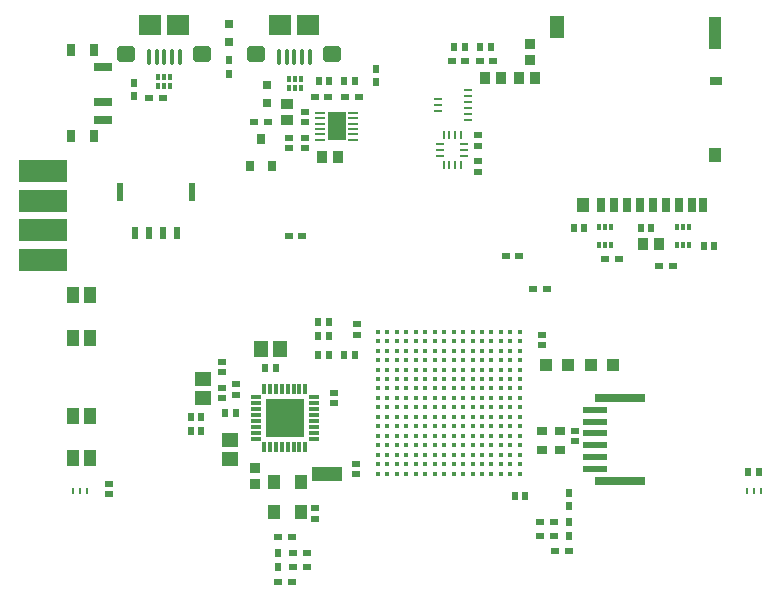
<source format=gtp>
G04*
G04 #@! TF.GenerationSoftware,Altium Limited,Altium Designer,22.0.2 (36)*
G04*
G04 Layer_Color=8421504*
%FSLAX25Y25*%
%MOIN*%
G70*
G04*
G04 #@! TF.SameCoordinates,2161BBB5-3730-4A37-975F-558EB53CE70B*
G04*
G04*
G04 #@! TF.FilePolarity,Positive*
G04*
G01*
G75*
%ADD21R,0.02362X0.05906*%
%ADD22R,0.02362X0.04331*%
%ADD23R,0.01142X0.02087*%
%ADD24R,0.02559X0.01063*%
%ADD25R,0.02559X0.00984*%
%ADD26R,0.03543X0.03937*%
%ADD27R,0.02362X0.02520*%
%ADD28R,0.02953X0.02362*%
%ADD29R,0.02520X0.02362*%
%ADD30R,0.03740X0.03347*%
%ADD31R,0.03150X0.03937*%
%ADD32R,0.05906X0.02756*%
%ADD33R,0.02362X0.02953*%
%ADD34R,0.01181X0.02362*%
%ADD35R,0.00984X0.02657*%
%ADD36R,0.02657X0.00984*%
%ADD37R,0.03347X0.02559*%
%ADD38R,0.07874X0.02362*%
%ADD39R,0.16535X0.02756*%
%ADD40R,0.01181X0.02047*%
%ADD41C,0.01575*%
%ADD42R,0.07480X0.07087*%
G04:AMPARAMS|DCode=43|XSize=62.99mil|YSize=55.12mil|CornerRadius=13.78mil|HoleSize=0mil|Usage=FLASHONLY|Rotation=180.000|XOffset=0mil|YOffset=0mil|HoleType=Round|Shape=RoundedRectangle|*
%AMROUNDEDRECTD43*
21,1,0.06299,0.02756,0,0,180.0*
21,1,0.03543,0.05512,0,0,180.0*
1,1,0.02756,-0.01772,0.01378*
1,1,0.02756,0.01772,0.01378*
1,1,0.02756,0.01772,-0.01378*
1,1,0.02756,-0.01772,-0.01378*
%
%ADD43ROUNDEDRECTD43*%
%ADD44O,0.01575X0.05315*%
%ADD45R,0.04134X0.05512*%
%ADD46R,0.03937X0.03543*%
%ADD47R,0.02756X0.04724*%
%ADD48R,0.03937X0.04724*%
%ADD49R,0.03937X0.03150*%
%ADD50R,0.03937X0.11024*%
%ADD51R,0.05118X0.07480*%
%ADD52R,0.03150X0.03150*%
%ADD53R,0.02559X0.03740*%
%ADD54R,0.03347X0.00984*%
%ADD55R,0.06221X0.09764*%
%ADD56R,0.03937X0.03937*%
%ADD57R,0.03937X0.03937*%
%ADD58R,0.16000X0.07500*%
%ADD59R,0.04331X0.04724*%
%ADD60R,0.01200X0.03600*%
%ADD61R,0.03600X0.01200*%
%ADD62R,0.12800X0.12800*%
%ADD63R,0.05512X0.05118*%
%ADD64R,0.05118X0.05512*%
%ADD65R,0.09843X0.04921*%
D21*
X-80827Y35827D02*
D03*
X-105000D02*
D03*
D22*
X-85827Y22441D02*
D03*
X-90551D02*
D03*
X-95276D02*
D03*
X-100000D02*
D03*
D23*
X108632Y-63642D02*
D03*
X106309D02*
D03*
X103986D02*
D03*
X-120453Y-63721D02*
D03*
X-118130D02*
D03*
X-115807D02*
D03*
D24*
X11024Y69882D02*
D03*
Y60039D02*
D03*
D25*
Y67913D02*
D03*
X1181Y66929D02*
D03*
X11024Y65945D02*
D03*
X1181Y64961D02*
D03*
X11024Y63976D02*
D03*
X1181Y62992D02*
D03*
X11024Y62008D02*
D03*
D26*
X21949Y74016D02*
D03*
X16634D02*
D03*
X28051D02*
D03*
X33366D02*
D03*
X74705Y18504D02*
D03*
X69390D02*
D03*
X-32382Y47638D02*
D03*
X-37697D02*
D03*
D27*
X15197Y84252D02*
D03*
X18661D02*
D03*
X108031Y-57480D02*
D03*
X104567D02*
D03*
X10000Y84252D02*
D03*
X6535D02*
D03*
X-26614Y-18504D02*
D03*
X-30079D02*
D03*
X-35408Y-12205D02*
D03*
X-38872D02*
D03*
X-38872Y-18504D02*
D03*
X-35408D02*
D03*
Y-7480D02*
D03*
X-38872D02*
D03*
X-69842Y-37795D02*
D03*
X-66378D02*
D03*
X68740Y24016D02*
D03*
X72205D02*
D03*
X89606Y18110D02*
D03*
X93071D02*
D03*
X49764Y24016D02*
D03*
X46299D02*
D03*
X30079Y-65354D02*
D03*
X26614D02*
D03*
X-35276Y72835D02*
D03*
X-38740D02*
D03*
X-30079D02*
D03*
X-26614D02*
D03*
X-77795Y-43701D02*
D03*
X-81260D02*
D03*
X-52992Y-22835D02*
D03*
X-56457D02*
D03*
X-77795Y-38976D02*
D03*
X-81260D02*
D03*
D28*
X15059Y79528D02*
D03*
X19587D02*
D03*
X10138D02*
D03*
X5610D02*
D03*
X37303Y3543D02*
D03*
X32776D02*
D03*
X79429Y11417D02*
D03*
X74902D02*
D03*
X56791Y13780D02*
D03*
X61319D02*
D03*
X-44193Y21260D02*
D03*
X-48720D02*
D03*
X-90650Y67323D02*
D03*
X-95177D02*
D03*
X39665Y-78740D02*
D03*
X35138D02*
D03*
X40256Y-83858D02*
D03*
X44783D02*
D03*
X35138Y-74016D02*
D03*
X39665D02*
D03*
X-55610Y59449D02*
D03*
X-60138D02*
D03*
X-40059Y67717D02*
D03*
X-35531D02*
D03*
X-25295D02*
D03*
X-29823D02*
D03*
X28248Y14567D02*
D03*
X23720D02*
D03*
X-52264Y-94095D02*
D03*
X-47736D02*
D03*
X-42618Y-88976D02*
D03*
X-47146D02*
D03*
Y-84252D02*
D03*
X-42618D02*
D03*
X-47736Y-79134D02*
D03*
X-52264D02*
D03*
D29*
X-39764Y-72992D02*
D03*
Y-69528D02*
D03*
X-108661Y-64724D02*
D03*
Y-61260D02*
D03*
X14567Y46220D02*
D03*
Y42756D02*
D03*
X-25984Y-8110D02*
D03*
Y-11575D02*
D03*
X46850Y-47008D02*
D03*
Y-43543D02*
D03*
X14567Y54882D02*
D03*
Y51417D02*
D03*
X-48425Y54094D02*
D03*
Y50630D02*
D03*
X-43307Y54094D02*
D03*
Y50630D02*
D03*
Y59291D02*
D03*
Y62756D02*
D03*
X35827Y-15118D02*
D03*
Y-11654D02*
D03*
X-33465Y-34409D02*
D03*
Y-30945D02*
D03*
X-70866Y-32835D02*
D03*
Y-29370D02*
D03*
X-66142Y-31654D02*
D03*
Y-28189D02*
D03*
X-70866Y-20709D02*
D03*
Y-24173D02*
D03*
X-26378Y-58031D02*
D03*
Y-54567D02*
D03*
D30*
X-59842Y-56102D02*
D03*
Y-61221D02*
D03*
X31890Y85236D02*
D03*
Y80118D02*
D03*
D31*
X-113524Y54528D02*
D03*
Y83268D02*
D03*
X-121122Y54528D02*
D03*
Y83268D02*
D03*
D32*
X-110433Y60039D02*
D03*
Y77756D02*
D03*
Y65945D02*
D03*
D33*
X-19685Y72539D02*
D03*
Y77067D02*
D03*
X44882Y-68799D02*
D03*
Y-64272D02*
D03*
Y-78642D02*
D03*
Y-74114D02*
D03*
X-68504Y79823D02*
D03*
Y75295D02*
D03*
X-100394Y72342D02*
D03*
Y67815D02*
D03*
X-52362Y-84350D02*
D03*
Y-88878D02*
D03*
D34*
X84646Y18209D02*
D03*
X82677D02*
D03*
X80709D02*
D03*
Y24311D02*
D03*
X82677D02*
D03*
X84646D02*
D03*
X54724D02*
D03*
X56693D02*
D03*
X58661D02*
D03*
Y18209D02*
D03*
X56693D02*
D03*
X54724D02*
D03*
D35*
X2953Y45030D02*
D03*
X4921D02*
D03*
X6890D02*
D03*
X8858D02*
D03*
Y54971D02*
D03*
X6890D02*
D03*
X4921D02*
D03*
X2953D02*
D03*
D36*
X9892Y48031D02*
D03*
Y50000D02*
D03*
Y51968D02*
D03*
X1919D02*
D03*
Y50000D02*
D03*
Y48031D02*
D03*
D37*
X35630Y-50197D02*
D03*
Y-43701D02*
D03*
X41732D02*
D03*
Y-50197D02*
D03*
D38*
X53543Y-56299D02*
D03*
Y-52362D02*
D03*
Y-48425D02*
D03*
Y-44488D02*
D03*
Y-40551D02*
D03*
Y-36614D02*
D03*
D39*
X61811Y-60236D02*
D03*
Y-32677D02*
D03*
D40*
X-88189Y71339D02*
D03*
X-90158D02*
D03*
X-92126D02*
D03*
Y74331D02*
D03*
X-90158D02*
D03*
X-88189D02*
D03*
X-44488Y70551D02*
D03*
X-46457D02*
D03*
X-48425D02*
D03*
Y73543D02*
D03*
X-46457D02*
D03*
X-44488D02*
D03*
D41*
X28346Y-57874D02*
D03*
X25197D02*
D03*
X22047D02*
D03*
X18898D02*
D03*
X15748D02*
D03*
X12598D02*
D03*
X9449D02*
D03*
X6299D02*
D03*
X3150D02*
D03*
X-0D02*
D03*
X-3150D02*
D03*
X-6299D02*
D03*
X-9449D02*
D03*
X-12598D02*
D03*
X-15748D02*
D03*
X-18898D02*
D03*
X28346Y-54724D02*
D03*
X25197D02*
D03*
X22047D02*
D03*
X18898D02*
D03*
X15748D02*
D03*
X12598D02*
D03*
X9449D02*
D03*
X6299D02*
D03*
X3150D02*
D03*
X-0D02*
D03*
X-3150D02*
D03*
X-6299D02*
D03*
X-9449D02*
D03*
X-12598D02*
D03*
X-15748D02*
D03*
X-18898D02*
D03*
X28346Y-51575D02*
D03*
X25197D02*
D03*
X22047D02*
D03*
X18898D02*
D03*
X15748D02*
D03*
X12598D02*
D03*
X9449D02*
D03*
X6299D02*
D03*
X3150D02*
D03*
X-0D02*
D03*
X-3150D02*
D03*
X-6299D02*
D03*
X-9449D02*
D03*
X-12598D02*
D03*
X-15748D02*
D03*
X-18898D02*
D03*
X28346Y-48425D02*
D03*
X25197D02*
D03*
X22047D02*
D03*
X18898D02*
D03*
X15748D02*
D03*
X12598D02*
D03*
X9449D02*
D03*
X6299D02*
D03*
X3150D02*
D03*
X-0D02*
D03*
X-3150D02*
D03*
X-6299D02*
D03*
X-9449D02*
D03*
X-12598D02*
D03*
X-15748D02*
D03*
X-18898D02*
D03*
X28346Y-45276D02*
D03*
X25197D02*
D03*
X22047D02*
D03*
X18898D02*
D03*
X15748D02*
D03*
X12598D02*
D03*
X9449D02*
D03*
X6299D02*
D03*
X3150D02*
D03*
X-0D02*
D03*
X-3150D02*
D03*
X-6299D02*
D03*
X-9449D02*
D03*
X-12598D02*
D03*
X-15748D02*
D03*
X-18898D02*
D03*
X28346Y-42126D02*
D03*
X25197D02*
D03*
X22047D02*
D03*
X18898D02*
D03*
X15748D02*
D03*
X12598D02*
D03*
X9449D02*
D03*
X6299D02*
D03*
X3150D02*
D03*
X-0D02*
D03*
X-3150D02*
D03*
X-6299D02*
D03*
X-9449D02*
D03*
X-12598D02*
D03*
X-15748D02*
D03*
X-18898D02*
D03*
X28346Y-38976D02*
D03*
X25197D02*
D03*
X22047D02*
D03*
X18898D02*
D03*
X15748D02*
D03*
X12598D02*
D03*
X9449D02*
D03*
X6299D02*
D03*
X3150D02*
D03*
X-0D02*
D03*
X-3150D02*
D03*
X-6299D02*
D03*
X-9449D02*
D03*
X-12598D02*
D03*
X-15748D02*
D03*
X-18898D02*
D03*
X28346Y-35827D02*
D03*
X25197D02*
D03*
X22047D02*
D03*
X18898D02*
D03*
X15748D02*
D03*
X12598D02*
D03*
X9449D02*
D03*
X6299D02*
D03*
X3150D02*
D03*
X-0D02*
D03*
X-3150D02*
D03*
X-6299D02*
D03*
X-9449D02*
D03*
X-12598D02*
D03*
X-15748D02*
D03*
X-18898D02*
D03*
X28346Y-32677D02*
D03*
X25197D02*
D03*
X22047D02*
D03*
X18898D02*
D03*
X15748D02*
D03*
X12598D02*
D03*
X9449D02*
D03*
X6299D02*
D03*
X3150D02*
D03*
X-0D02*
D03*
X-3150D02*
D03*
X-6299D02*
D03*
X-9449D02*
D03*
X-12598D02*
D03*
X-15748D02*
D03*
X-18898D02*
D03*
X28346Y-29528D02*
D03*
X25197D02*
D03*
X22047D02*
D03*
X18898D02*
D03*
X15748D02*
D03*
X12598D02*
D03*
X9449D02*
D03*
X6299D02*
D03*
X3150D02*
D03*
X-0D02*
D03*
X-3150D02*
D03*
X-6299D02*
D03*
X-9449D02*
D03*
X-12598D02*
D03*
X-15748D02*
D03*
X-18898D02*
D03*
X28346Y-26378D02*
D03*
X25197D02*
D03*
X22047D02*
D03*
X18898D02*
D03*
X15748D02*
D03*
X12598D02*
D03*
X9449D02*
D03*
X6299D02*
D03*
X3150D02*
D03*
X-0D02*
D03*
X-3150D02*
D03*
X-6299D02*
D03*
X-9449D02*
D03*
X-12598D02*
D03*
X-15748D02*
D03*
X-18898D02*
D03*
X28346Y-23228D02*
D03*
X25197D02*
D03*
X22047D02*
D03*
X18898D02*
D03*
X15748D02*
D03*
X12598D02*
D03*
X9449D02*
D03*
X6299D02*
D03*
X3150D02*
D03*
X-0D02*
D03*
X-3150D02*
D03*
X-6299D02*
D03*
X-9449D02*
D03*
X-12598D02*
D03*
X-15748D02*
D03*
X-18898D02*
D03*
X28346Y-20079D02*
D03*
X25197D02*
D03*
X22047D02*
D03*
X18898D02*
D03*
X15748D02*
D03*
X12598D02*
D03*
X9449D02*
D03*
X6299D02*
D03*
X3150D02*
D03*
X-0D02*
D03*
X-3150D02*
D03*
X-6299D02*
D03*
X-9449D02*
D03*
X-12598D02*
D03*
X-15748D02*
D03*
X-18898D02*
D03*
X28346Y-16929D02*
D03*
X25197D02*
D03*
X22047D02*
D03*
X18898D02*
D03*
X15748D02*
D03*
X12598D02*
D03*
X9449D02*
D03*
X6299D02*
D03*
X3150D02*
D03*
X-0D02*
D03*
X-3150D02*
D03*
X-6299D02*
D03*
X-9449D02*
D03*
X-12598D02*
D03*
X-15748D02*
D03*
X-18898D02*
D03*
X28346Y-13780D02*
D03*
X25197D02*
D03*
X22047D02*
D03*
X18898D02*
D03*
X15748D02*
D03*
X12598D02*
D03*
X9449D02*
D03*
X6299D02*
D03*
X3150D02*
D03*
X-0D02*
D03*
X-3150D02*
D03*
X-6299D02*
D03*
X-9449D02*
D03*
X-12598D02*
D03*
X-15748D02*
D03*
X-18898D02*
D03*
X28346Y-10630D02*
D03*
X25197D02*
D03*
X22047D02*
D03*
X18898D02*
D03*
X15748D02*
D03*
X12598D02*
D03*
X9449D02*
D03*
X6299D02*
D03*
X3150D02*
D03*
X-0D02*
D03*
X-3150D02*
D03*
X-6299D02*
D03*
X-9449D02*
D03*
X-12598D02*
D03*
X-15748D02*
D03*
X-18898D02*
D03*
D42*
X-94882Y91634D02*
D03*
X-85433D02*
D03*
X-42126Y91536D02*
D03*
X-51575D02*
D03*
D43*
X-102756Y81988D02*
D03*
X-77559D02*
D03*
X-34252Y81890D02*
D03*
X-59449D02*
D03*
D44*
X-90158Y81102D02*
D03*
X-87599D02*
D03*
X-85039D02*
D03*
X-95276D02*
D03*
X-92717D02*
D03*
X-49409Y81004D02*
D03*
X-51968D02*
D03*
X-41732D02*
D03*
X-44291D02*
D03*
X-46850D02*
D03*
D45*
X-114862Y-38583D02*
D03*
X-120571D02*
D03*
X-114862Y-52756D02*
D03*
X-120571D02*
D03*
X-114862Y1575D02*
D03*
X-120571D02*
D03*
X-114862Y-12598D02*
D03*
X-120571D02*
D03*
D46*
X-49213Y59941D02*
D03*
Y65256D02*
D03*
D47*
X55512Y31496D02*
D03*
X59842D02*
D03*
X64173D02*
D03*
X68504D02*
D03*
X72835D02*
D03*
X77165D02*
D03*
X81496D02*
D03*
X85827D02*
D03*
X89567D02*
D03*
D48*
X49409D02*
D03*
X93307Y48425D02*
D03*
D49*
X93898Y72835D02*
D03*
D50*
X93307Y88976D02*
D03*
D51*
X40748Y90945D02*
D03*
D52*
X-68504Y91929D02*
D03*
Y86024D02*
D03*
X-55905Y65748D02*
D03*
Y71653D02*
D03*
D53*
X-57874Y53740D02*
D03*
X-54134Y44685D02*
D03*
X-61614D02*
D03*
D54*
X-38248Y62303D02*
D03*
Y60532D02*
D03*
Y58760D02*
D03*
Y56988D02*
D03*
Y55217D02*
D03*
Y53445D02*
D03*
X-27106Y62303D02*
D03*
Y60532D02*
D03*
Y58760D02*
D03*
Y56988D02*
D03*
Y55217D02*
D03*
Y53445D02*
D03*
D55*
X-32677Y57874D02*
D03*
D56*
X37008Y-21654D02*
D03*
X59449D02*
D03*
X44488D02*
D03*
D57*
X51968D02*
D03*
D58*
X-130709Y42913D02*
D03*
Y33071D02*
D03*
Y23228D02*
D03*
Y13386D02*
D03*
D59*
X-53740Y-70748D02*
D03*
Y-60748D02*
D03*
X-44685D02*
D03*
Y-70748D02*
D03*
D60*
X-56890Y-49020D02*
D03*
X-54921D02*
D03*
X-52953D02*
D03*
X-50984D02*
D03*
X-49016D02*
D03*
X-47047D02*
D03*
X-45079D02*
D03*
X-43110D02*
D03*
Y-29720D02*
D03*
X-45079D02*
D03*
X-47047D02*
D03*
X-49016D02*
D03*
X-50984D02*
D03*
X-52953D02*
D03*
X-54921D02*
D03*
X-56890D02*
D03*
D61*
X-40350Y-46260D02*
D03*
Y-44291D02*
D03*
Y-42323D02*
D03*
Y-40354D02*
D03*
Y-38386D02*
D03*
Y-36417D02*
D03*
Y-34449D02*
D03*
Y-32480D02*
D03*
X-59650D02*
D03*
Y-34449D02*
D03*
Y-36417D02*
D03*
Y-38386D02*
D03*
Y-40354D02*
D03*
Y-42323D02*
D03*
Y-44291D02*
D03*
Y-46260D02*
D03*
D62*
X-50000Y-39370D02*
D03*
D63*
X-68110Y-46850D02*
D03*
Y-53150D02*
D03*
X-77165Y-32677D02*
D03*
Y-26378D02*
D03*
D64*
X-51575Y-16535D02*
D03*
X-57874D02*
D03*
D65*
X-35827Y-57874D02*
D03*
M02*

</source>
